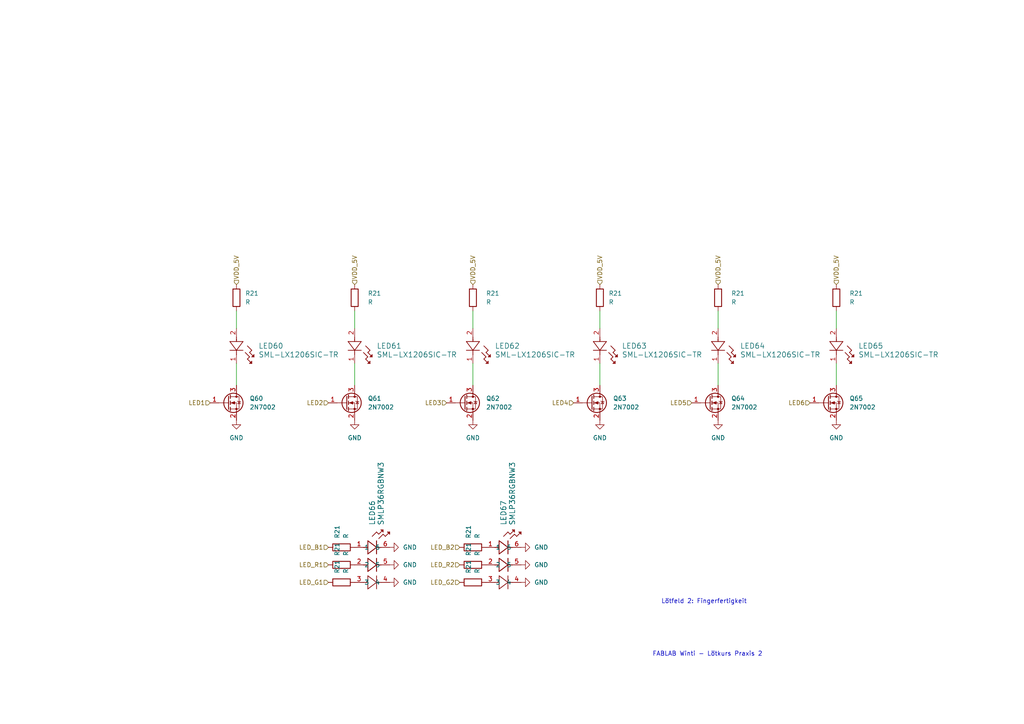
<source format=kicad_sch>
(kicad_sch (version 20230121) (generator eeschema)
  (paper "A4")
  (lib_symbols
    (symbol "Device:R" (pin_numbers hide) (pin_names (offset 0))
      (property "Reference" "R" (at 2.032 0 90))
      (property "Value" "R" (at 0 0 90))
      (symbol "R_0_1"
        (rectangle (start -1.016 -2.54) (end 1.016 2.54) (stroke (width 0.254)))
      )
      (symbol "R_1_1"
        (pin passive line (at 0 3.81 270) (length 1.27) (name "~") (number "1"))
        (pin passive line (at 0 -3.81 90) (length 1.27) (name "~") (number "2"))
      )
    )
    (symbol "FabLabWintiLibrary:SML-LX1206SIC-TR" (pin_names (offset 0.254))
      (property "Reference" "LED" (at 5.08 -4.445 0))
      (property "Value" "SML-LX1206SIC-TR" (at 5.08 -7.62 0))
      (symbol "SML-LX1206SIC-TR_1_1"
        (polyline (pts (xy 2.54 0) (xy 3.4798 0)) (stroke (width 0.2032)))
        (polyline (pts (xy 3.175 0) (xy 3.81 0)) (stroke (width 0.2032)))
        (polyline (pts (xy 3.81 -1.905) (xy 6.35 0)) (stroke (width 0.2032)))
        (polyline (pts (xy 3.81 1.905) (xy 3.81 -1.905)) (stroke (width 0.2032)))
        (polyline (pts (xy 5.08 3.175) (xy 6.35 4.445)) (stroke (width 0.2032)))
        (polyline (pts (xy 6.35 -1.905) (xy 6.35 1.905)) (stroke (width 0.2032)))
        (polyline (pts (xy 6.35 0) (xy 3.81 1.905)) (stroke (width 0.2032)))
        (polyline (pts (xy 6.35 0) (xy 7.62 0)) (stroke (width 0.2032)))
        (polyline (pts (xy 6.35 4.445) (xy 6.985 3.81)) (stroke (width 0.2032)))
        (polyline (pts (xy 6.985 2.54) (xy 8.255 3.81)) (stroke (width 0.2032)))
        (polyline (pts (xy 6.985 3.81) (xy 8.255 5.08)) (stroke (width 0.2032)))
        (polyline (pts (xy 7.62 5.08) (xy 8.255 4.445)) (stroke (width 0.2032)))
        (polyline (pts (xy 8.255 3.81) (xy 8.89 3.175)) (stroke (width 0.2032)))
        (polyline (pts (xy 8.255 4.445) (xy 8.255 5.08)) (stroke (width 0.2032)))
        (polyline (pts (xy 8.255 5.08) (xy 7.62 5.08)) (stroke (width 0.2032)))
        (polyline (pts (xy 8.89 3.175) (xy 10.16 4.445)) (stroke (width 0.2032)))
        (polyline (pts (xy 9.525 4.445) (xy 10.16 3.81)) (stroke (width 0.2032)))
        (polyline (pts (xy 10.16 3.81) (xy 10.16 4.445)) (stroke (width 0.2032)))
        (polyline (pts (xy 10.16 4.445) (xy 9.525 4.445)) (stroke (width 0.2032)))
        (pin unspecified line (at 10.16 0 180) (length 2.54) (name "") (number "1"))
        (pin unspecified line (at 0 0 0) (length 2.54) (name "") (number "2"))
      )
      (symbol "SML-LX1206SIC-TR_1_2"
        (polyline (pts (xy -5.08 7.62) (xy -4.445 8.255)) (stroke (width 0.2032)))
        (polyline (pts (xy -5.08 8.255) (xy -5.08 7.62)) (stroke (width 0.2032)))
        (polyline (pts (xy -4.445 6.35) (xy -3.81 6.985)) (stroke (width 0.2032)))
        (polyline (pts (xy -4.445 8.255) (xy -5.08 8.255)) (stroke (width 0.2032)))
        (polyline (pts (xy -4.445 9.525) (xy -3.81 10.16)) (stroke (width 0.2032)))
        (polyline (pts (xy -4.445 10.16) (xy -4.445 9.525)) (stroke (width 0.2032)))
        (polyline (pts (xy -3.81 6.985) (xy -5.08 8.255)) (stroke (width 0.2032)))
        (polyline (pts (xy -3.81 8.255) (xy -3.175 8.89)) (stroke (width 0.2032)))
        (polyline (pts (xy -3.81 10.16) (xy -4.445 10.16)) (stroke (width 0.2032)))
        (polyline (pts (xy -3.175 5.08) (xy -4.445 6.35)) (stroke (width 0.2032)))
        (polyline (pts (xy -3.175 8.89) (xy -4.445 10.16)) (stroke (width 0.2032)))
        (polyline (pts (xy -2.54 6.985) (xy -3.81 8.255)) (stroke (width 0.2032)))
        (polyline (pts (xy -1.905 3.81) (xy 1.905 3.81)) (stroke (width 0.2032)))
        (polyline (pts (xy 0 2.54) (xy 0 3.4798)) (stroke (width 0.2032)))
        (polyline (pts (xy 0 3.175) (xy 0 3.81)) (stroke (width 0.2032)))
        (polyline (pts (xy 0 6.35) (xy -1.905 3.81)) (stroke (width 0.2032)))
        (polyline (pts (xy 0 6.35) (xy 0 7.62)) (stroke (width 0.2032)))
        (polyline (pts (xy 1.905 3.81) (xy 0 6.35)) (stroke (width 0.2032)))
        (polyline (pts (xy 1.905 6.35) (xy -1.905 6.35)) (stroke (width 0.2032)))
        (pin unspecified line (at 0 10.16 270) (length 2.54) (name "") (number "1"))
        (pin unspecified line (at 0 0 90) (length 2.54) (name "") (number "2"))
      )
    )
    (symbol "NiksKiCadLibrary:SMLP36RGBNW3" (pin_names (offset 0.254))
      (property "Reference" "LED" (at 5.08 -14.605 0))
      (property "Value" "SMLP36RGBNW3" (at 5.08 -17.78 0))
      (symbol "SMLP36RGBNW3_0_1"
        (polyline (pts (xy 2.54 -10.16) (xy 3.4798 -10.16)) (stroke (width 0.2032)))
        (polyline (pts (xy 2.54 -5.08) (xy 3.4798 -5.08)) (stroke (width 0.2032)))
        (polyline (pts (xy 2.54 -5.08) (xy 3.4798 -5.08)) (stroke (width 0.2032)))
        (polyline (pts (xy 2.54 0) (xy 3.4798 0)) (stroke (width 0.2032)))
        (polyline (pts (xy 2.54 0) (xy 3.4798 0)) (stroke (width 0.2032)))
        (polyline (pts (xy 3.175 -10.16) (xy 3.81 -10.16)) (stroke (width 0.2032)))
        (polyline (pts (xy 3.175 -5.08) (xy 3.81 -5.08)) (stroke (width 0.2032)))
        (polyline (pts (xy 3.175 -5.08) (xy 3.81 -5.08)) (stroke (width 0.2032)))
        (polyline (pts (xy 3.175 0) (xy 3.81 0)) (stroke (width 0.2032)))
        (polyline (pts (xy 3.175 0) (xy 3.81 0)) (stroke (width 0.2032)))
        (polyline (pts (xy 3.81 -12.065) (xy 6.35 -10.16)) (stroke (width 0.2032)))
        (polyline (pts (xy 3.81 -8.255) (xy 3.81 -12.065)) (stroke (width 0.2032)))
        (polyline (pts (xy 3.81 -6.985) (xy 6.35 -5.08)) (stroke (width 0.2032)))
        (polyline (pts (xy 3.81 -6.985) (xy 6.35 -5.08)) (stroke (width 0.2032)))
        (polyline (pts (xy 3.81 -3.175) (xy 3.81 -6.985)) (stroke (width 0.2032)))
        (polyline (pts (xy 3.81 -3.175) (xy 3.81 -6.985)) (stroke (width 0.2032)))
        (polyline (pts (xy 3.81 -1.905) (xy 6.35 0)) (stroke (width 0.2032)))
        (polyline (pts (xy 3.81 -1.905) (xy 6.35 0)) (stroke (width 0.2032)))
        (polyline (pts (xy 3.81 1.905) (xy 3.81 -1.905)) (stroke (width 0.2032)))
        (polyline (pts (xy 3.81 1.905) (xy 3.81 -1.905)) (stroke (width 0.2032)))
        (polyline (pts (xy 5.08 3.175) (xy 6.35 4.445)) (stroke (width 0.2032)))
        (polyline (pts (xy 6.35 -12.065) (xy 6.35 -8.255)) (stroke (width 0.2032)))
        (polyline (pts (xy 6.35 -10.16) (xy 3.81 -8.255)) (stroke (width 0.2032)))
        (polyline (pts (xy 6.35 -10.16) (xy 7.62 -10.16)) (stroke (width 0.2032)))
        (polyline (pts (xy 6.35 -6.985) (xy 6.35 -3.175)) (stroke (width 0.2032)))
        (polyline (pts (xy 6.35 -6.985) (xy 6.35 -3.175)) (stroke (width 0.2032)))
        (polyline (pts (xy 6.35 -5.08) (xy 3.81 -3.175)) (stroke (width 0.2032)))
        (polyline (pts (xy 6.35 -5.08) (xy 3.81 -3.175)) (stroke (width 0.2032)))
        (polyline (pts (xy 6.35 -5.08) (xy 7.62 -5.08)) (stroke (width 0.2032)))
        (polyline (pts (xy 6.35 -5.08) (xy 7.62 -5.08)) (stroke (width 0.2032)))
        (polyline (pts (xy 6.35 -1.905) (xy 6.35 1.905)) (stroke (width 0.2032)))
        (polyline (pts (xy 6.35 -1.905) (xy 6.35 1.905)) (stroke (width 0.2032)))
        (polyline (pts (xy 6.35 0) (xy 3.81 1.905)) (stroke (width 0.2032)))
        (polyline (pts (xy 6.35 0) (xy 3.81 1.905)) (stroke (width 0.2032)))
        (polyline (pts (xy 6.35 0) (xy 7.62 0)) (stroke (width 0.2032)))
        (polyline (pts (xy 6.35 0) (xy 7.62 0)) (stroke (width 0.2032)))
        (polyline (pts (xy 6.35 4.445) (xy 6.985 3.81)) (stroke (width 0.2032)))
        (polyline (pts (xy 6.985 2.54) (xy 8.255 3.81)) (stroke (width 0.2032)))
        (polyline (pts (xy 6.985 3.81) (xy 8.255 5.08)) (stroke (width 0.2032)))
        (polyline (pts (xy 7.62 5.08) (xy 8.255 4.445)) (stroke (width 0.2032)))
        (polyline (pts (xy 8.255 3.81) (xy 8.89 3.175)) (stroke (width 0.2032)))
        (polyline (pts (xy 8.255 4.445) (xy 8.255 5.08)) (stroke (width 0.2032)))
        (polyline (pts (xy 8.255 5.08) (xy 7.62 5.08)) (stroke (width 0.2032)))
        (polyline (pts (xy 8.89 3.175) (xy 10.16 4.445)) (stroke (width 0.2032)))
        (polyline (pts (xy 9.525 4.445) (xy 10.16 3.81)) (stroke (width 0.2032)))
        (polyline (pts (xy 10.16 3.81) (xy 10.16 4.445)) (stroke (width 0.2032)))
        (polyline (pts (xy 10.16 4.445) (xy 9.525 4.445)) (stroke (width 0.2032)))
        (pin unspecified line (at 0 0 0) (length 2.54) (name "1") (number "1"))
        (pin unspecified line (at 0 -5.08 0) (length 2.54) (name "2") (number "2"))
        (pin unspecified line (at 0 -10.16 0) (length 2.54) (name "3") (number "3"))
        (pin unspecified line (at 10.16 -10.16 180) (length 2.54) (name "4") (number "4"))
        (pin unspecified line (at 10.16 -5.08 180) (length 2.54) (name "5") (number "5"))
        (pin unspecified line (at 10.16 0 180) (length 2.54) (name "6") (number "6"))
      )
    )
    (symbol "Transistor_FET:2N7002" (pin_names hide)
      (property "Reference" "Q" (at 5.08 1.905 0))
      (property "Value" "2N7002" (at 5.08 0 0))
      (symbol "2N7002_0_1"
        (polyline (pts (xy 0.254 0) (xy -2.54 0)))
        (polyline (pts (xy 0.254 1.905) (xy 0.254 -1.905)) (stroke (width 0.254)))
        (polyline (pts (xy 0.762 -1.27) (xy 0.762 -2.286)) (stroke (width 0.254)))
        (polyline (pts (xy 0.762 0.508) (xy 0.762 -0.508)) (stroke (width 0.254)))
        (polyline (pts (xy 0.762 2.286) (xy 0.762 1.27)) (stroke (width 0.254)))
        (polyline (pts (xy 2.54 2.54) (xy 2.54 1.778)))
        (polyline (pts (xy 2.54 -2.54) (xy 2.54 0) (xy 0.762 0)))
        (polyline (pts (xy 0.762 -1.778) (xy 3.302 -1.778) (xy 3.302 1.778) (xy 0.762 1.778)))
        (polyline (pts (xy 1.016 0) (xy 2.032 0.381) (xy 2.032 -0.381) (xy 1.016 0)) (fill (type outline)))
        (polyline (pts (xy 2.794 0.508) (xy 2.921 0.381) (xy 3.683 0.381) (xy 3.81 0.254)))
        (polyline (pts (xy 3.302 0.381) (xy 2.921 -0.254) (xy 3.683 -0.254) (xy 3.302 0.381)))
        (circle (center 1.651 0) (radius 2.794) (stroke (width 0.254)))
        (circle (center 2.54 -1.778) (radius 0.254) (fill (type outline)))
        (circle (center 2.54 1.778) (radius 0.254) (fill (type outline)))
      )
      (symbol "2N7002_1_1"
        (pin input line (at -5.08 0 0) (length 2.54) (name "G") (number "1"))
        (pin passive line (at 2.54 -5.08 90) (length 2.54) (name "S") (number "2"))
        (pin passive line (at 2.54 5.08 270) (length 2.54) (name "D") (number "3"))
      )
    )
    (symbol "power:GND" (power) (pin_names (offset 0))
      (property "Value" "GND" (at 0 -3.81 0))
      (symbol "GND_0_1"
        (polyline (pts (xy 0 0) (xy 0 -1.27) (xy 1.27 -1.27) (xy 0 -2.54) (xy -1.27 -1.27) (xy 0 -1.27)))
      )
      (symbol "GND_1_1"
        (pin power_in line (at 0 0 270) (length 0) hide (name "GND") (number "1"))
      )
    )
  )
  (wire (pts (xy 173.99 90.17) (xy 173.99 95.25)))
  (wire (pts (xy 102.87 105.41) (xy 102.87 111.76)))
  (wire (pts (xy 208.28 90.17) (xy 208.28 95.25)))
  (wire (pts (xy 242.57 105.41) (xy 242.57 111.76)))
  (wire (pts (xy 173.99 105.41) (xy 173.99 111.76)))
  (wire (pts (xy 137.16 90.17) (xy 137.16 95.25)))
  (wire (pts (xy 242.57 90.17) (xy 242.57 95.25)))
  (wire (pts (xy 102.87 90.17) (xy 102.87 95.25)))
  (wire (pts (xy 68.58 105.41) (xy 68.58 111.76)))
  (wire (pts (xy 68.58 90.17) (xy 68.58 95.25)))
  (wire (pts (xy 208.28 105.41) (xy 208.28 111.76)))
  (wire (pts (xy 137.16 105.41) (xy 137.16 111.76)))
  (text "Lötfeld 2: Fingerfertigkeit" (at 191.77 175.26 0) (effects (font (size 1.27 1.27)) (justify left bottom)))
  (text "FABLAB Winti - Lötkurs Praxis 2" (at 189.23 190.5 0) (effects (font (size 1.27 1.27)) (justify left bottom)))
  (hierarchical_label "VDD_5V" (shape input) (at 102.87 82.55 90))
  (hierarchical_label "VDD_5V" (shape input) (at 173.99 82.55 90))
  (hierarchical_label "LED_B1" (shape input) (at 95.25 158.75 180))
  (hierarchical_label "LED2" (shape input) (at 95.25 116.84 180))
  (hierarchical_label "LED_G1" (shape input) (at 95.25 168.91 180))
  (hierarchical_label "VDD_5V" (shape input) (at 242.57 82.55 90))
  (hierarchical_label "VDD_5V" (shape input) (at 68.58 82.55 90))
  (hierarchical_label "LED_R2" (shape input) (at 133.35 163.83 180))
  (hierarchical_label "LED4" (shape input) (at 166.37 116.84 180))
  (hierarchical_label "LED6" (shape input) (at 234.95 116.84 180))
  (hierarchical_label "LED_G2" (shape input) (at 133.35 168.91 180))
  (hierarchical_label "LED_R1" (shape input) (at 95.25 163.83 180))
  (hierarchical_label "VDD_5V" (shape input) (at 208.28 82.55 90))
  (hierarchical_label "LED3" (shape input) (at 129.54 116.84 180))
  (hierarchical_label "LED5" (shape input) (at 200.66 116.84 180))
  (hierarchical_label "LED_B2" (shape input) (at 133.35 158.75 180))
  (hierarchical_label "VDD_5V" (shape input) (at 137.16 82.55 90))
  (hierarchical_label "LED1" (shape input) (at 60.96 116.84 180))
  (symbol (lib_id "power:GND") (at 173.99 121.92 0) (unit 1)
    (property "Reference" "#PWR063" (effects hide))
    (property "Value" "GND" (at 173.99 127 0))
  )
  (symbol (lib_id "power:GND") (at 137.16 121.92 0) (unit 1)
    (property "Reference" "#PWR062" (effects hide))
    (property "Value" "GND" (at 137.16 127 0))
  )
  (symbol (lib_id "Device:R") (at 102.87 86.36 0) (unit 1)
    (property "Reference" "R21" (at 106.68 85.09 0) (effects (justify left)))
    (property "Value" "R" (at 106.68 87.63 0) (effects (justify left)))
    (property "Footprint" "Resistor_SMD:R_1206_3216Metric" (effects hide))
    (instances (project "FLW_EkGk_Handlöten_PCB1" (path "" (reference "R21") (unit 1)) (path "" (reference "R61") (unit 1))))
  )
  (symbol (lib_id "NiksKiCadLibrary:SMLP36RGBNW3") (at 140.97 158.75 0) (unit 1)
    (property "Reference" "LED67" (at 146.05 152.4 90) (effects (font (size 1.524 1.524)) (justify left)))
    (property "Value" "SMLP36RGBNW3" (at 148.59 152.4 90) (effects (font (size 1.524 1.524)) (justify left)))
    (property "Footprint" "NiksKiCadLibrary:LED_SMLP36_ROM" (effects hide))
    (property "Datasheet" "SMLP36RGBNW3" (effects hide))
  )
  (symbol (lib_id "Transistor_FET:2N7002") (at 205.74 116.84 0) (unit 1)
    (property "Reference" "Q64" (at 212.09 115.57 0) (effects (justify left)))
    (property "Value" "2N7002" (at 212.09 118.11 0) (effects (justify left)))
    (property "Footprint" "Package_TO_SOT_SMD:SOT-23" (effects hide))
    (property "Datasheet" "https://www.onsemi.com/pub/Collateral/NDS7002A-D.PDF" (effects hide))
  )
  (symbol (lib_id "Device:R") (at 99.06 158.75 90) (unit 1)
    (property "Reference" "R21" (at 97.79 156.21 0) (effects (justify left)))
    (property "Value" "R" (at 100.33 156.21 0) (effects (justify left)))
    (property "Footprint" "Resistor_SMD:R_1206_3216Metric" (effects hide))
    (instances (project "FLW_EkGk_Handlöten_PCB1" (path "" (reference "R21") (unit 1)) (path "" (reference "R68") (unit 1))))
  )
  (symbol (lib_id "Device:R") (at 137.16 168.91 90) (unit 1)
    (property "Reference" "R21" (at 135.89 166.37 0) (effects (justify left)))
    (property "Value" "R" (at 138.43 166.37 0) (effects (justify left)))
    (property "Footprint" "Resistor_SMD:R_1206_3216Metric" (effects hide))
    (instances (project "FLW_EkGk_Handlöten_PCB1" (path "" (reference "R21") (unit 1)) (path "" (reference "R69") (unit 1))))
  )
  (symbol (lib_id "power:GND") (at 113.03 158.75 90) (unit 1)
    (property "Reference" "#PWR066" (effects hide))
    (property "Value" "GND" (at 116.84 158.75 90) (effects (justify right)))
  )
  (symbol (lib_id "FabLabWintiLibrary:SML-LX1206SIC-TR") (at 137.16 95.25 270) (unit 1)
    (property "Reference" "LED62" (at 143.51 100.33 90) (effects (font (size 1.524 1.524)) (justify left)))
    (property "Value" "SML-LX1206SIC-TR" (at 143.51 102.87 90) (effects (font (size 1.524 1.524)) (justify left)))
    (property "Footprint" "FabLabWintiLibrary:LED_SML-LX1206SIC-TR_LUM" (effects hide))
    (property "Datasheet" "SML-LX1206SIC-TR" (effects hide))
  )
  (symbol (lib_id "power:GND") (at 113.03 168.91 90) (unit 1)
    (property "Reference" "#PWR068" (effects hide))
    (property "Value" "GND" (at 116.84 168.91 90) (effects (justify right)))
  )
  (symbol (lib_id "Transistor_FET:2N7002") (at 240.03 116.84 0) (unit 1)
    (property "Reference" "Q65" (at 246.38 115.57 0) (effects (justify left)))
    (property "Value" "2N7002" (at 246.38 118.11 0) (effects (justify left)))
    (property "Footprint" "Package_TO_SOT_SMD:SOT-23" (effects hide))
    (property "Datasheet" "https://www.onsemi.com/pub/Collateral/NDS7002A-D.PDF" (effects hide))
  )
  (symbol (lib_id "power:GND") (at 151.13 163.83 90) (unit 1)
    (property "Reference" "#PWR070" (effects hide))
    (property "Value" "GND" (at 154.94 163.83 90) (effects (justify right)))
  )
  (symbol (lib_id "Transistor_FET:2N7002") (at 66.04 116.84 0) (unit 1)
    (property "Reference" "Q60" (at 72.39 115.57 0) (effects (justify left)))
    (property "Value" "2N7002" (at 72.39 118.11 0) (effects (justify left)))
    (property "Footprint" "Package_TO_SOT_SMD:SOT-23" (effects hide))
    (property "Datasheet" "https://www.onsemi.com/pub/Collateral/NDS7002A-D.PDF" (effects hide))
  )
  (symbol (lib_id "Transistor_FET:2N7002") (at 171.45 116.84 0) (unit 1)
    (property "Reference" "Q63" (at 177.8 115.57 0) (effects (justify left)))
    (property "Value" "2N7002" (at 177.8 118.11 0) (effects (justify left)))
    (property "Footprint" "Package_TO_SOT_SMD:SOT-23" (effects hide))
    (property "Datasheet" "https://www.onsemi.com/pub/Collateral/NDS7002A-D.PDF" (effects hide))
  )
  (symbol (lib_id "power:GND") (at 242.57 121.92 0) (unit 1)
    (property "Reference" "#PWR065" (effects hide))
    (property "Value" "GND" (at 242.57 127 0))
  )
  (symbol (lib_id "Device:R") (at 99.06 168.91 90) (unit 1)
    (property "Reference" "R21" (at 97.79 166.37 0) (effects (justify left)))
    (property "Value" "R" (at 100.33 166.37 0) (effects (justify left)))
    (property "Footprint" "Resistor_SMD:R_1206_3216Metric" (effects hide))
    (instances (project "FLW_EkGk_Handlöten_PCB1" (path "" (reference "R21") (unit 1)) (path "" (reference "R66") (unit 1))))
  )
  (symbol (lib_id "Device:R") (at 242.57 86.36 0) (unit 1)
    (property "Reference" "R21" (at 246.38 85.09 0) (effects (justify left)))
    (property "Value" "R" (at 246.38 87.63 0) (effects (justify left)))
    (property "Footprint" "Resistor_SMD:R_1206_3216Metric" (effects hide))
    (instances (project "FLW_EkGk_Handlöten_PCB1" (path "" (reference "R21") (unit 1)) (path "" (reference "R65") (unit 1))))
  )
  (symbol (lib_id "power:GND") (at 151.13 158.75 90) (unit 1)
    (property "Reference" "#PWR069" (effects hide))
    (property "Value" "GND" (at 154.94 158.75 90) (effects (justify right)))
  )
  (symbol (lib_id "power:GND") (at 151.13 168.91 90) (unit 1)
    (property "Reference" "#PWR071" (effects hide))
    (property "Value" "GND" (at 154.94 168.91 90) (effects (justify right)))
  )
  (symbol (lib_id "NiksKiCadLibrary:SMLP36RGBNW3") (at 102.87 158.75 0) (unit 1)
    (property "Reference" "LED66" (at 107.95 152.4 90) (effects (font (size 1.524 1.524)) (justify left)))
    (property "Value" "SMLP36RGBNW3" (at 110.49 152.4 90) (effects (font (size 1.524 1.524)) (justify left)))
    (property "Footprint" "NiksKiCadLibrary:LED_SMLP36_ROM" (effects hide))
    (property "Datasheet" "SMLP36RGBNW3" (effects hide))
  )
  (symbol (lib_id "FabLabWintiLibrary:SML-LX1206SIC-TR") (at 242.57 95.25 270) (unit 1)
    (property "Reference" "LED65" (at 248.92 100.33 90) (effects (font (size 1.524 1.524)) (justify left)))
    (property "Value" "SML-LX1206SIC-TR" (at 248.92 102.87 90) (effects (font (size 1.524 1.524)) (justify left)))
    (property "Footprint" "FabLabWintiLibrary:LED_SML-LX1206SIC-TR_LUM" (effects hide))
    (property "Datasheet" "SML-LX1206SIC-TR" (effects hide))
  )
  (symbol (lib_id "Transistor_FET:2N7002") (at 134.62 116.84 0) (unit 1)
    (property "Reference" "Q62" (at 140.97 115.57 0) (effects (justify left)))
    (property "Value" "2N7002" (at 140.97 118.11 0) (effects (justify left)))
    (property "Footprint" "Package_TO_SOT_SMD:SOT-23" (effects hide))
    (property "Datasheet" "https://www.onsemi.com/pub/Collateral/NDS7002A-D.PDF" (effects hide))
  )
  (symbol (lib_id "FabLabWintiLibrary:SML-LX1206SIC-TR") (at 102.87 95.25 270) (unit 1)
    (property "Reference" "LED61" (at 109.22 100.33 90) (effects (font (size 1.524 1.524)) (justify left)))
    (property "Value" "SML-LX1206SIC-TR" (at 109.22 102.87 90) (effects (font (size 1.524 1.524)) (justify left)))
    (property "Footprint" "FabLabWintiLibrary:LED_SML-LX1206SIC-TR_LUM" (effects hide))
    (property "Datasheet" "SML-LX1206SIC-TR" (effects hide))
  )
  (symbol (lib_id "power:GND") (at 102.87 121.92 0) (unit 1)
    (property "Reference" "#PWR061" (effects hide))
    (property "Value" "GND" (at 102.87 127 0))
  )
  (symbol (lib_id "Transistor_FET:2N7002") (at 100.33 116.84 0) (unit 1)
    (property "Reference" "Q61" (at 106.68 115.57 0) (effects (justify left)))
    (property "Value" "2N7002" (at 106.68 118.11 0) (effects (justify left)))
    (property "Footprint" "Package_TO_SOT_SMD:SOT-23" (effects hide))
    (property "Datasheet" "https://www.onsemi.com/pub/Collateral/NDS7002A-D.PDF" (effects hide))
  )
  (symbol (lib_id "Device:R") (at 99.06 163.83 90) (unit 1)
    (property "Reference" "R21" (at 97.79 161.29 0) (effects (justify left)))
    (property "Value" "R" (at 100.33 161.29 0) (effects (justify left)))
    (property "Footprint" "Resistor_SMD:R_1206_3216Metric" (effects hide))
    (instances (project "FLW_EkGk_Handlöten_PCB1" (path "" (reference "R21") (unit 1)) (path "" (reference "R67") (unit 1))))
  )
  (symbol (lib_id "Device:R") (at 173.99 86.36 0) (unit 1)
    (property "Reference" "R21" (at 176.53 85.09 0) (effects (justify left)))
    (property "Value" "R" (at 176.53 87.63 0) (effects (justify left)))
    (property "Footprint" "Resistor_SMD:R_1206_3216Metric" (effects hide))
    (instances (project "FLW_EkGk_Handlöten_PCB1" (path "" (reference "R21") (unit 1)) (path "" (reference "R63") (unit 1))))
  )
  (symbol (lib_id "FabLabWintiLibrary:SML-LX1206SIC-TR") (at 173.99 95.25 270) (unit 1)
    (property "Reference" "LED63" (at 180.34 100.33 90) (effects (font (size 1.524 1.524)) (justify left)))
    (property "Value" "SML-LX1206SIC-TR" (at 180.34 102.87 90) (effects (font (size 1.524 1.524)) (justify left)))
    (property "Footprint" "FabLabWintiLibrary:LED_SML-LX1206SIC-TR_LUM" (effects hide))
    (property "Datasheet" "SML-LX1206SIC-TR" (effects hide))
  )
  (symbol (lib_id "Device:R") (at 137.16 86.36 0) (unit 1)
    (property "Reference" "R21" (at 140.97 85.09 0) (effects (justify left)))
    (property "Value" "R" (at 140.97 87.63 0) (effects (justify left)))
    (property "Footprint" "Resistor_SMD:R_1206_3216Metric" (effects hide))
    (instances (project "FLW_EkGk_Handlöten_PCB1" (path "" (reference "R21") (unit 1)) (path "" (reference "R62") (unit 1))))
  )
  (symbol (lib_id "power:GND") (at 208.28 121.92 0) (unit 1)
    (property "Reference" "#PWR064" (effects hide))
    (property "Value" "GND" (at 208.28 127 0))
  )
  (symbol (lib_id "Device:R") (at 208.28 86.36 0) (unit 1)
    (property "Reference" "R21" (at 212.09 85.09 0) (effects (justify left)))
    (property "Value" "R" (at 212.09 87.63 0) (effects (justify left)))
    (property "Footprint" "Resistor_SMD:R_1206_3216Metric" (effects hide))
    (instances (project "FLW_EkGk_Handlöten_PCB1" (path "" (reference "R21") (unit 1)) (path "" (reference "R64") (unit 1))))
  )
  (symbol (lib_id "power:GND") (at 68.58 121.92 0) (unit 1)
    (property "Reference" "#PWR060" (effects hide))
    (property "Value" "GND" (at 68.58 127 0))
  )
  (symbol (lib_id "Device:R") (at 137.16 163.83 90) (unit 1)
    (property "Reference" "R21" (at 135.89 161.29 0) (effects (justify left)))
    (property "Value" "R" (at 138.43 161.29 0) (effects (justify left)))
    (property "Footprint" "Resistor_SMD:R_1206_3216Metric" (effects hide))
    (instances (project "FLW_EkGk_Handlöten_PCB1" (path "" (reference "R21") (unit 1)) (path "" (reference "R70") (unit 1))))
  )
  (symbol (lib_id "FabLabWintiLibrary:SML-LX1206SIC-TR") (at 68.58 95.25 270) (unit 1)
    (property "Reference" "LED60" (at 74.93 100.33 90) (effects (font (size 1.524 1.524)) (justify left)))
    (property "Value" "SML-LX1206SIC-TR" (at 74.93 102.87 90) (effects (font (size 1.524 1.524)) (justify left)))
    (property "Footprint" "FabLabWintiLibrary:LED_SML-LX1206SIC-TR_LUM" (effects hide))
    (property "Datasheet" "SML-LX1206SIC-TR" (effects hide))
  )
  (symbol (lib_id "Device:R") (at 68.58 86.36 0) (unit 1)
    (property "Reference" "R21" (at 71.12 85.09 0) (effects (justify left)))
    (property "Value" "R" (at 71.12 87.63 0) (effects (justify left)))
    (property "Footprint" "Resistor_SMD:R_1206_3216Metric" (effects hide))
    (instances (project "FLW_EkGk_Handlöten_PCB1" (path "" (reference "R21") (unit 1)) (path "" (reference "R60") (unit 1))))
  )
  (symbol (lib_id "power:GND") (at 113.03 163.83 90) (unit 1)
    (property "Reference" "#PWR067" (effects hide))
    (property "Value" "GND" (at 116.84 163.83 90) (effects (justify right)))
  )
  (symbol (lib_id "Device:R") (at 137.16 158.75 90) (unit 1)
    (property "Reference" "R21" (at 135.89 156.21 0) (effects (justify left)))
    (property "Value" "R" (at 138.43 156.21 0) (effects (justify left)))
    (property "Footprint" "Resistor_SMD:R_1206_3216Metric" (effects hide))
    (instances (project "FLW_EkGk_Handlöten_PCB1" (path "" (reference "R21") (unit 1)) (path "" (reference "R71") (unit 1))))
  )
  (symbol (lib_id "FabLabWintiLibrary:SML-LX1206SIC-TR") (at 208.28 95.25 270) (unit 1)
    (property "Reference" "LED64" (at 214.63 100.33 90) (effects (font (size 1.524 1.524)) (justify left)))
    (property "Value" "SML-LX1206SIC-TR" (at 214.63 102.87 90) (effects (font (size 1.524 1.524)) (justify left)))
    (property "Footprint" "FabLabWintiLibrary:LED_SML-LX1206SIC-TR_LUM" (effects hide))
    (property "Datasheet" "SML-LX1206SIC-TR" (effects hide))
  )
)
</source>
